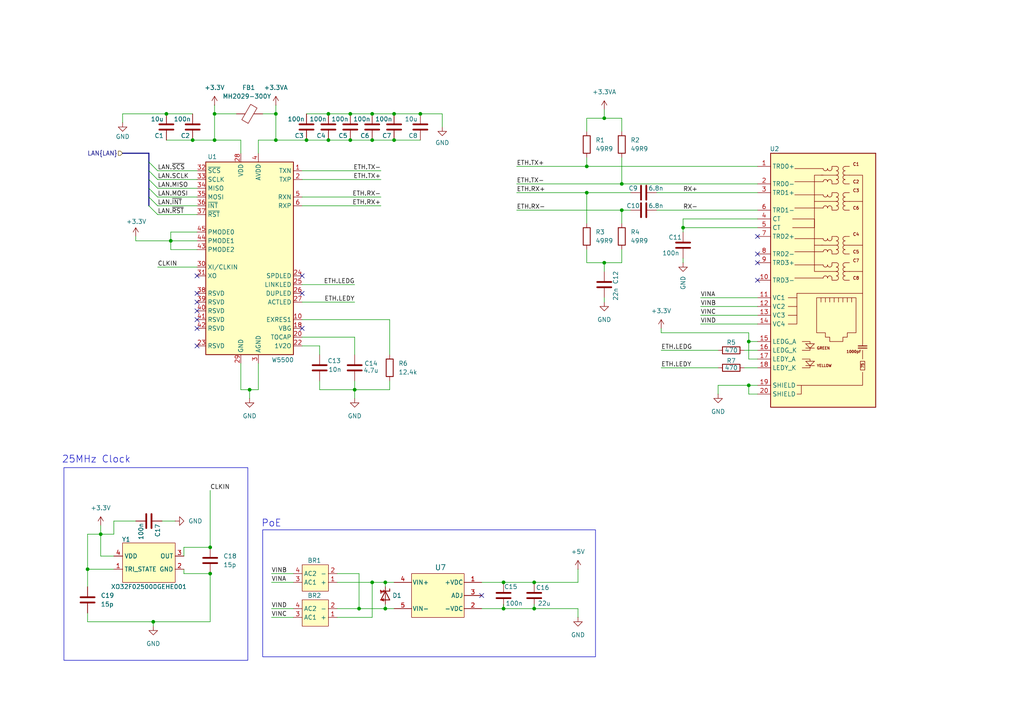
<source format=kicad_sch>
(kicad_sch (version 20250114) (generator "eeschema") (generator_version "9.0")
  (paper "A4")
  (title_block (title "ESP32 PoE") (rev "v0.1.0"))
  (lib_symbols
    (symbol "Device:C" (pin_numbers (hide yes)) (pin_names (offset 0.254))
      (property "Reference" "C" (at 0.635 2.54 0))
      (property "Value" "C" (at 0.635 -2.54 0))
      (symbol "C_1_1"
        (pin passive line (at 0 3.81 270) (length 2.794) (name "~") (number "1"))
        (pin passive line (at 0 -3.81 90) (length 2.794) (name "~") (number "2"))
      )
    )
    (symbol "Device:FerriteBead" (pin_numbers (hide yes)) (pin_names (offset 0))
      (property "Reference" "FB" (at -3.81 0.635 90))
      (property "Value" "FerriteBead" (at 3.81 0 90))
      (symbol "FerriteBead_1_1"
        (pin passive line (at 0 3.81 270) (length 2.54) (name "~") (number "1"))
        (pin passive line (at 0 -3.81 90) (length 2.54) (name "~") (number "2"))
      )
    )
    (symbol "Device:R" (pin_numbers (hide yes)) (pin_names (offset 0))
      (property "Reference" "R" (at 2.032 0 90))
      (property "Value" "R" (at 0 0 90))
      (symbol "R_1_1"
        (pin passive line (at 0 3.81 270) (length 1.27) (name "~") (number "1"))
        (pin passive line (at 0 -3.81 90) (length 1.27) (name "~") (number "2"))
      )
    )
    (symbol "ESP32PoE:AG9905LP" (pin_names (offset 0.254)) (in_bom no)
      (property "Reference" "U7" (at 0.762 8.128 0))
      (symbol "AG9905LP_1_1"
        (pin power_in line (at -12.7 3.81 0) (length 5.08) (name "VIN+") (number "4"))
        (pin power_in line (at -12.7 -3.81 0) (length 5.08) (name "VIN-") (number "5"))
        (pin power_in line (at 12.7 3.81 180) (length 5.08) (name "+VDC") (number "1"))
        (pin output line (at 12.7 0 180) (length 5.08) (name "ADJ") (number "3"))
        (pin power_in line (at 12.7 -3.81 180) (length 5.08) (name "-VDC") (number "2"))
      )
    )
    (symbol "ESP32PoE:CDBHM1100L-G"
      (property "Reference" "BR1" (at 0.254 -5.588 0))
      (symbol "CDBHM1100L-G_1_1"
        (pin power_out line (at -6.35 1.27 0) (length 2.54) (name "+") (number "1"))
        (pin power_out line (at -6.35 -1.27 0) (length 2.54) (name "-") (number "2"))
        (pin input line (at 6.35 1.27 180) (length 2.54) (name "AC1") (number "3"))
        (pin input line (at 6.35 -1.27 180) (length 2.54) (name "AC2") (number "4"))
      )
    )
    (symbol "ESP32PoE:LPJG0926HENL"
      (property "Reference" "U" (at 0 0 0))
      (property "Value" "DGUK111Q334AB2A2DP057" (at 0 0 0))
      (symbol "LPJG0926HENL_1_1"
        (text "GREEN" (at -4.445 18.415 0) (effects (font (size 0.762 0.762)) (justify left)))
        (text "YELLOW" (at -4.445 13.335 0) (effects (font (size 0.762 0.762)) (justify left)))
        (text "1000pF" (at 6.35 17.399 0) (effects (font (size 0.762 0.762))))
        (text "C1" (at 6.985 71.755 0) (effects (font (size 0.889 0.889))))
        (text "C2" (at 6.985 66.675 0) (effects (font (size 0.889 0.889))))
        (text "C3" (at 6.985 64.135 0) (effects (font (size 0.889 0.889))))
        (text "C6" (at 6.985 59.055 0) (effects (font (size 0.889 0.889))))
        (text "C4" (at 6.985 51.435 0) (effects (font (size 0.889 0.889))))
        (text "C5" (at 6.985 46.355 0) (effects (font (size 0.889 0.889))))
        (text "C7" (at 6.985 43.815 0) (effects (font (size 0.889 0.889))))
        (text "C8" (at 6.985 38.735 0) (effects (font (size 0.889 0.889))))
        (text "75" (at 8.89 13.335 900) (effects (font (size 0.762 0.762))))
        (pin passive line (at -21.59 71.12 0) (length 3.81) (name "TRD0+") (number "1"))
        (pin passive line (at -21.59 66.04 0) (length 3.81) (name "TRD0-") (number "2"))
        (pin passive line (at -21.59 63.5 0) (length 3.81) (name "TRD1+") (number "3"))
        (pin passive line (at -21.59 58.42 0) (length 3.81) (name "TRD1-") (number "6"))
        (pin passive line (at -21.59 55.88 0) (length 3.81) (name "CT") (number "4"))
        (pin passive line (at -21.59 53.34 0) (length 3.81) (name "CT") (number "5"))
        (pin passive line (at -21.59 50.8 0) (length 3.81) (name "TRD2+") (number "7"))
        (pin passive line (at -21.59 45.72 0) (length 3.81) (name "TRD2-") (number "8"))
        (pin passive line (at -21.59 43.18 0) (length 3.81) (name "TRD3+") (number "9"))
        (pin passive line (at -21.59 38.1 0) (length 3.81) (name "TRD3-") (number "10"))
        (pin passive line (at -21.59 33.02 0) (length 3.81) (name "VC1") (number "11"))
        (pin passive line (at -21.59 30.48 0) (length 3.81) (name "VC2") (number "12"))
        (pin passive line (at -21.59 27.94 0) (length 3.81) (name "VC3") (number "13"))
        (pin passive line (at -21.59 25.4 0) (length 3.81) (name "VC4") (number "14"))
        (pin passive line (at -21.59 20.32 0) (length 3.81) (name "LEDG_A") (number "15"))
        (pin passive line (at -21.59 17.78 0) (length 3.81) (name "LEDG_K") (number "16"))
        (pin passive line (at -21.59 15.24 0) (length 3.81) (name "LEDY_A") (number "17"))
        (pin passive line (at -21.59 12.7 0) (length 3.81) (name "LEDY_K") (number "18"))
        (pin passive line (at -21.59 7.62 0) (length 3.81) (name "SHIELD") (number "19"))
        (pin passive line (at -21.59 5.08 0) (length 3.81) (name "SHIELD") (number "20"))
      )
    )
    (symbol "HomeLabIO:C" (pin_numbers (hide yes)) (pin_names (offset 0.254))
      (property "Reference" "C" (at 0.635 2.54 0))
      (property "Value" "C" (at 0.635 -2.54 0))
      (symbol "C_1_1"
        (pin passive line (at 0 3.81 270) (length 2.794) (name "~") (number "1"))
        (pin passive line (at 0 -3.81 90) (length 2.794) (name "~") (number "2"))
      )
    )
    (symbol "HomeLabIO:R" (pin_numbers (hide yes)) (pin_names (offset 0))
      (property "Reference" "R" (at 2.032 0 90))
      (property "Value" "R" (at 0 0 90))
      (symbol "R_1_1"
        (pin passive line (at 0 3.81 270) (length 1.27) (name "~") (number "1"))
        (pin passive line (at 0 -3.81 90) (length 1.27) (name "~") (number "2"))
      )
    )
    (symbol "HomeLabIO:SMAJ58A" (pin_names (offset 1.016))
      (property "Reference" "D" (at 2.794 1.905 0))
      (property "JLCPCB Part # " "C151246" (at 0 0 0))
      (symbol "SMAJ58A_0_0"
        (pin passive line (at 0 2.54 270) (length 2.54) (name "~") (number "C"))
        (pin passive line (at 0 -2.54 90) (length 2.54) (name "~") (number "A"))
      )
    )
    (symbol "Interface_Ethernet:W5500"
      (property "Reference" "U3" (at -12.192 29.464 0))
      (property "Value" "W5500" (at 6.35 -29.464 0))
      (symbol "W5500_1_1"
        (pin input line (at -15.24 25.4 0) (length 2.54) (name "~{SCS}") (number "32"))
        (pin input line (at -15.24 22.86 0) (length 2.54) (name "SCLK") (number "33"))
        (pin output line (at -15.24 20.32 0) (length 2.54) (name "MISO") (number "34"))
        (pin input line (at -15.24 17.78 0) (length 2.54) (name "MOSI") (number "35"))
        (pin input line (at -15.24 15.24 0) (length 2.54) (name "~{INT}") (number "36"))
        (pin input line (at -15.24 12.7 0) (length 2.54) (name "~{RST}") (number "37"))
        (pin input line (at -15.24 7.62 0) (length 2.54) (name "PMODE0") (number "45"))
        (pin input line (at -15.24 5.08 0) (length 2.54) (name "PMODE1") (number "44"))
        (pin input line (at -15.24 2.54 0) (length 2.54) (name "PMODE2") (number "43"))
        (pin input line (at -15.24 -2.54 0) (length 2.54) (name "XI/CLKIN") (number "30"))
        (pin output line (at -15.24 -5.08 0) (length 2.54) (name "XO") (number "31"))
        (pin input line (at -15.24 -10.16 0) (length 2.54) (name "RSVD") (number "38"))
        (pin input line (at -15.24 -12.7 0) (length 2.54) (name "RSVD") (number "39"))
        (pin input line (at -15.24 -15.24 0) (length 2.54) (name "RSVD") (number "40"))
        (pin input line (at -15.24 -17.78 0) (length 2.54) (name "RSVD") (number "41"))
        (pin input line (at -15.24 -20.32 0) (length 2.54) (name "RSVD") (number "42"))
        (pin input line (at -15.24 -25.4 0) (length 2.54) (name "RSVD") (number "23"))
        (pin power_in line (at -2.54 30.48 270) (length 2.54) (name "VDD") (number "28"))
        (pin power_in line (at -2.54 -30.48 90) (length 2.54) (name "GND") (number "29"))
        (pin passive line (at 2.54 30.48 270) (length 2.54) (hide yes) (name "AVDD") (number "11"))
        (pin passive line (at 2.54 30.48 270) (length 2.54) (hide yes) (name "AVDD") (number "15"))
        (pin passive line (at 2.54 30.48 270) (length 2.54) (hide yes) (name "AVDD") (number "17"))
        (pin passive line (at 2.54 30.48 270) (length 2.54) (hide yes) (name "AVDD") (number "21"))
        (pin power_in line (at 2.54 30.48 270) (length 2.54) (name "AVDD") (number "4"))
        (pin passive line (at 2.54 30.48 270) (length 2.54) (hide yes) (name "AVDD") (number "8"))
        (pin passive line (at 2.54 -30.48 90) (length 2.54) (hide yes) (name "AGND") (number "14"))
        (pin passive line (at 2.54 -30.48 90) (length 2.54) (hide yes) (name "AGND") (number "16"))
        (pin passive line (at 2.54 -30.48 90) (length 2.54) (hide yes) (name "AGND") (number "19"))
        (pin power_in line (at 2.54 -30.48 90) (length 2.54) (name "AGND") (number "3"))
        (pin passive line (at 2.54 -30.48 90) (length 2.54) (hide yes) (name "AGND") (number "48"))
        (pin passive line (at 2.54 -30.48 90) (length 2.54) (hide yes) (name "AGND") (number "9"))
        (pin no_connect line (at 12.7 10.16 180) (length 2.54) (hide yes) (name "DNC") (number "7"))
        (pin no_connect line (at 12.7 7.62 180) (length 2.54) (hide yes) (name "NC") (number "12"))
        (pin no_connect line (at 12.7 5.08 180) (length 2.54) (hide yes) (name "NC") (number "13"))
        (pin no_connect line (at 12.7 2.54 180) (length 2.54) (hide yes) (name "NC") (number "46"))
        (pin no_connect line (at 12.7 0 180) (length 2.54) (hide yes) (name "NC") (number "47"))
        (pin output line (at 15.24 25.4 180) (length 2.54) (name "TXN") (number "1"))
        (pin output line (at 15.24 22.86 180) (length 2.54) (name "TXP") (number "2"))
        (pin input line (at 15.24 17.78 180) (length 2.54) (name "RXN") (number "5"))
        (pin input line (at 15.24 15.24 180) (length 2.54) (name "RXP") (number "6"))
        (pin output line (at 15.24 -5.08 180) (length 2.54) (name "SPDLED") (number "24"))
        (pin output line (at 15.24 -7.62 180) (length 2.54) (name "LINKLED") (number "25"))
        (pin output line (at 15.24 -10.16 180) (length 2.54) (name "DUPLED") (number "26"))
        (pin output line (at 15.24 -12.7 180) (length 2.54) (name "ACTLED") (number "27"))
        (pin passive line (at 15.24 -17.78 180) (length 2.54) (name "EXRES1") (number "10"))
        (pin passive line (at 15.24 -20.32 180) (length 2.54) (name "VBG") (number "18"))
        (pin passive line (at 15.24 -22.86 180) (length 2.54) (name "TOCAP") (number "20"))
        (pin output line (at 15.24 -25.4 180) (length 2.54) (name "1V2O") (number "22"))
      )
    )
    (symbol "SqueezeAMPPOE:XO32F025000GEHE001"
      (property "Reference" "Y" (at 0 9.144 0))
      (property "Value" "XO32F025000GEHE001" (at 0.508 7.366 0))
      (symbol "XO32F025000GEHE001_1_1"
        (pin input line (at -10.16 2.54 0) (length 2.54) (name "VDD") (number "4"))
        (pin input line (at -10.16 -1.27 0) (length 2.54) (name "TRI_STATE") (number "1"))
        (pin output line (at 10.16 2.54 180) (length 2.54) (name "OUT") (number "3"))
        (pin power_in line (at 10.16 -1.27 180) (length 2.54) (name "GND") (number "2"))
      )
    )
    (symbol "power:+3.3V" (power) (pin_numbers (hide yes)) (pin_names (offset 0) (hide yes))
      (property "Value" "+3.3V" (at 0 3.556 0))
      (symbol "+3.3V_1_1"
        (pin power_in line (at 0 0 90) (length 0) (name "~") (number "1"))
      )
    )
    (symbol "power:+3.3VA" (power) (pin_numbers (hide yes)) (pin_names (offset 0) (hide yes))
      (property "Value" "+3.3VA" (at 0 3.556 0))
      (symbol "+3.3VA_1_1"
        (pin power_in line (at 0 0 90) (length 0) (name "~") (number "1"))
      )
    )
    (symbol "power:+5V" (power) (pin_numbers (hide yes)) (pin_names (offset 0) (hide yes))
      (property "Value" "+5V" (at 0 3.556 0))
      (symbol "+5V_1_1"
        (pin power_in line (at 0 0 90) (length 0) (name "~") (number "1"))
      )
    )
    (symbol "power:GND" (power) (pin_numbers (hide yes)) (pin_names (offset 0) (hide yes))
      (property "Value" "GND" (at 0 -3.81 0))
      (symbol "GND_1_1"
        (pin power_in line (at 0 0 270) (length 0) (name "~") (number "1"))
      )
    )
  )
  (bus_alias "LAN" (members "~{SCS}" "SCLK" "MISO" "MOSI" "~{INT}" "~{RST}"))
  (rectangle (start 76.2 153.67) (end 172.72 190.5))
  (rectangle (start 18.542 135.636) (end 71.882 191.516))
  (text "PoE" (at 78.74 151.892 0) (effects (font (size 2.032 2.032))))
  (text "25MHz Clock" (at 27.94 133.35 0) (effects (font (size 2.032 2.032))))
  (junction (at 25.4 165.1))
  (junction (at 107.95 40.64))
  (junction (at 29.21 154.94))
  (junction (at 60.96 166.37))
  (junction (at 60.96 158.75))
  (junction (at 170.18 48.26))
  (junction (at 180.34 53.34))
  (junction (at 72.39 113.03))
  (junction (at 154.94 168.91))
  (junction (at 48.26 33.02))
  (junction (at 101.6 40.64))
  (junction (at 104.14 176.53))
  (junction (at 107.95 168.91))
  (junction (at 170.18 55.88))
  (junction (at 102.87 113.03))
  (junction (at 146.05 176.53))
  (junction (at 62.23 40.64))
  (junction (at 175.26 76.2))
  (junction (at 80.01 40.64))
  (junction (at 111.76 176.53))
  (junction (at 198.12 66.04))
  (junction (at 49.53 69.85))
  (junction (at 55.88 40.64))
  (junction (at 62.23 33.02))
  (junction (at 175.26 34.29))
  (junction (at 114.3 40.64))
  (junction (at 114.3 33.02))
  (junction (at 121.92 33.02))
  (junction (at 95.25 33.02))
  (junction (at 95.25 40.64))
  (junction (at 80.01 33.02))
  (junction (at 146.05 168.91))
  (junction (at 44.45 180.34))
  (junction (at 154.94 176.53))
  (junction (at 217.17 99.06))
  (junction (at 88.9 40.64))
  (junction (at 111.76 168.91))
  (junction (at 180.34 60.96))
  (junction (at 107.95 33.02))
  (junction (at 101.6 33.02))
  (junction (at 217.17 111.76))
  (no_connect (at 87.63 95.25))
  (no_connect (at 219.71 68.58))
  (no_connect (at 57.15 85.09))
  (no_connect (at 219.71 76.2))
  (no_connect (at 57.15 90.17))
  (no_connect (at 87.63 85.09))
  (no_connect (at 219.71 73.66))
  (no_connect (at 57.15 100.33))
  (no_connect (at 57.15 80.01))
  (no_connect (at 87.63 80.01))
  (no_connect (at 139.7 172.72))
  (no_connect (at 57.15 95.25))
  (no_connect (at 57.15 87.63))
  (no_connect (at 219.71 81.28))
  (no_connect (at -50.8 170.18))
  (no_connect (at 57.15 92.71))
  (bus_entry (at 43.18 59.69) (size 2.54 2.54))
  (bus_entry (at 43.18 46.99) (size 2.54 2.54))
  (bus_entry (at 43.18 57.15) (size 2.54 2.54))
  (bus_entry (at 43.18 54.61) (size 2.54 2.54))
  (bus_entry (at 43.18 52.07) (size 2.54 2.54))
  (bus_entry (at 43.18 49.53) (size 2.54 2.54))
  (wire (pts (xy 170.18 76.2) (xy 175.26 76.2)))
  (wire (pts (xy 49.53 69.85) (xy 57.15 69.85)))
  (wire (pts (xy 44.45 180.34) (xy 44.45 181.61)))
  (wire (pts (xy 175.26 76.2) (xy 180.34 76.2)))
  (wire (pts (xy 35.56 33.02) (xy 48.26 33.02)))
  (wire (pts (xy 146.05 175.26) (xy 146.05 176.53)))
  (wire (pts (xy 180.34 45.72) (xy 180.34 53.34)))
  (wire (pts (xy 139.7 168.91) (xy 146.05 168.91)))
  (wire (pts (xy 175.26 34.29) (xy 180.34 34.29)))
  (wire (pts (xy 72.39 115.57) (xy 72.39 113.03)))
  (wire (pts (xy 170.18 72.39) (xy 170.18 76.2)))
  (wire (pts (xy 25.4 180.34) (xy 44.45 180.34)))
  (wire (pts (xy 190.5 60.96) (xy 219.71 60.96)))
  (wire (pts (xy 215.9 106.68) (xy 219.71 106.68)))
  (wire (pts (xy 25.4 154.94) (xy 25.4 165.1)))
  (wire (pts (xy 53.34 158.75) (xy 60.96 158.75)))
  (wire (pts (xy 111.76 168.91) (xy 114.3 168.91)))
  (wire (pts (xy 154.94 168.91) (xy 167.64 168.91)))
  (wire (pts (xy 53.34 165.1) (xy 53.34 166.37)))
  (wire (pts (xy 219.71 104.14) (xy 217.17 104.14)))
  (wire (pts (xy 170.18 48.26) (xy 219.71 48.26)))
  (wire (pts (xy 78.74 166.37) (xy 85.09 166.37)))
  (wire (pts (xy 149.86 55.88) (xy 170.18 55.88)))
  (wire (pts (xy 198.12 63.5) (xy 219.71 63.5)))
  (wire (pts (xy 97.79 168.91) (xy 107.95 168.91)))
  (wire (pts (xy 92.71 113.03) (xy 102.87 113.03)))
  (wire (pts (xy 170.18 45.72) (xy 170.18 48.26)))
  (wire (pts (xy 107.95 168.91) (xy 111.76 168.91)))
  (wire (pts (xy 95.25 33.02) (xy 101.6 33.02)))
  (wire (pts (xy 175.26 31.75) (xy 175.26 34.29)))
  (wire (pts (xy 102.87 97.79) (xy 102.87 102.87)))
  (wire (pts (xy 87.63 59.69) (xy 110.49 59.69)))
  (wire (pts (xy 180.34 60.96) (xy 180.34 64.77)))
  (wire (pts (xy 175.26 76.2) (xy 175.26 78.74)))
  (wire (pts (xy 80.01 40.64) (xy 80.01 33.02)))
  (wire (pts (xy 198.12 76.2) (xy 198.12 74.93)))
  (wire (pts (xy 110.49 52.07) (xy 87.63 52.07)))
  (wire (pts (xy 95.25 40.64) (xy 101.6 40.64)))
  (wire (pts (xy 74.93 40.64) (xy 80.01 40.64)))
  (bus (pts (xy 43.18 49.53) (xy 43.18 46.99)))
  (wire (pts (xy 191.77 96.52) (xy 217.17 96.52)))
  (wire (pts (xy 29.21 161.29) (xy 33.02 161.29)))
  (wire (pts (xy 146.05 176.53) (xy 154.94 176.53)))
  (wire (pts (xy 49.53 67.31) (xy 49.53 69.85)))
  (wire (pts (xy 149.86 48.26) (xy 170.18 48.26)))
  (wire (pts (xy 149.86 53.34) (xy 180.34 53.34)))
  (wire (pts (xy 114.3 40.64) (xy 121.92 40.64)))
  (wire (pts (xy 88.9 33.02) (xy 95.25 33.02)))
  (wire (pts (xy 80.01 30.48) (xy 80.01 33.02)))
  (wire (pts (xy 104.14 166.37) (xy 104.14 176.53)))
  (wire (pts (xy 45.72 49.53) (xy 57.15 49.53)))
  (wire (pts (xy 203.2 88.9) (xy 219.71 88.9)))
  (wire (pts (xy 111.76 175.26) (xy 111.76 176.53)))
  (wire (pts (xy 55.88 40.64) (xy 62.23 40.64)))
  (wire (pts (xy 154.94 176.53) (xy 167.64 176.53)))
  (wire (pts (xy 45.72 59.69) (xy 57.15 59.69)))
  (wire (pts (xy 180.34 60.96) (xy 182.88 60.96)))
  (wire (pts (xy 74.93 105.41) (xy 74.93 113.03)))
  (wire (pts (xy 107.95 40.64) (xy 114.3 40.64)))
  (wire (pts (xy 57.15 72.39) (xy 49.53 72.39)))
  (wire (pts (xy 45.72 77.47) (xy 57.15 77.47)))
  (wire (pts (xy 62.23 40.64) (xy 69.85 40.64)))
  (wire (pts (xy 78.74 168.91) (xy 85.09 168.91)))
  (wire (pts (xy 217.17 111.76) (xy 219.71 111.76)))
  (wire (pts (xy 92.71 100.33) (xy 87.63 100.33)))
  (wire (pts (xy 180.34 72.39) (xy 180.34 76.2)))
  (wire (pts (xy 45.72 54.61) (xy 57.15 54.61)))
  (wire (pts (xy 149.86 60.96) (xy 180.34 60.96)))
  (wire (pts (xy 97.79 179.07) (xy 107.95 179.07)))
  (wire (pts (xy 128.27 36.83) (xy 128.27 33.02)))
  (wire (pts (xy 170.18 55.88) (xy 170.18 64.77)))
  (wire (pts (xy 217.17 96.52) (xy 217.17 99.06)))
  (wire (pts (xy 101.6 40.64) (xy 107.95 40.64)))
  (wire (pts (xy 128.27 33.02) (xy 121.92 33.02)))
  (wire (pts (xy 180.34 38.1) (xy 180.34 34.29)))
  (wire (pts (xy 146.05 168.91) (xy 154.94 168.91)))
  (wire (pts (xy 62.23 30.48) (xy 62.23 33.02)))
  (wire (pts (xy 39.37 151.13) (xy 33.02 151.13)))
  (wire (pts (xy 113.03 110.49) (xy 113.03 113.03)))
  (wire (pts (xy 33.02 154.94) (xy 29.21 154.94)))
  (wire (pts (xy 167.64 165.1) (xy 167.64 168.91)))
  (wire (pts (xy 208.28 111.76) (xy 217.17 111.76)))
  (wire (pts (xy 92.71 102.87) (xy 92.71 100.33)))
  (wire (pts (xy 217.17 104.14) (xy 217.17 99.06)))
  (bus (pts (xy 43.18 46.99) (xy 43.18 44.45)))
  (wire (pts (xy 74.93 113.03) (xy 72.39 113.03)))
  (wire (pts (xy 219.71 93.98) (xy 203.2 93.98)))
  (wire (pts (xy 219.71 66.04) (xy 198.12 66.04)))
  (wire (pts (xy 87.63 57.15) (xy 110.49 57.15)))
  (wire (pts (xy 101.6 33.02) (xy 107.95 33.02)))
  (wire (pts (xy 33.02 151.13) (xy 33.02 154.94)))
  (wire (pts (xy 139.7 176.53) (xy 146.05 176.53)))
  (wire (pts (xy 198.12 63.5) (xy 198.12 66.04)))
  (wire (pts (xy 60.96 142.24) (xy 60.96 158.75)))
  (wire (pts (xy 97.79 176.53) (xy 104.14 176.53)))
  (wire (pts (xy 25.4 177.8) (xy 25.4 180.34)))
  (wire (pts (xy 78.74 179.07) (xy 85.09 179.07)))
  (wire (pts (xy 48.26 33.02) (xy 55.88 33.02)))
  (wire (pts (xy 114.3 33.02) (xy 121.92 33.02)))
  (wire (pts (xy 215.9 101.6) (xy 219.71 101.6)))
  (wire (pts (xy 87.63 87.63) (xy 102.87 87.63)))
  (wire (pts (xy 203.2 91.44) (xy 219.71 91.44)))
  (wire (pts (xy 107.95 33.02) (xy 114.3 33.02)))
  (bus (pts (xy 35.56 44.45) (xy 43.18 44.45)))
  (wire (pts (xy 45.72 57.15) (xy 57.15 57.15)))
  (wire (pts (xy 102.87 113.03) (xy 102.87 115.57)))
  (wire (pts (xy 102.87 113.03) (xy 113.03 113.03)))
  (wire (pts (xy 80.01 40.64) (xy 88.9 40.64)))
  (wire (pts (xy 44.45 180.34) (xy 60.96 180.34)))
  (wire (pts (xy 45.72 52.07) (xy 57.15 52.07)))
  (wire (pts (xy 69.85 113.03) (xy 69.85 105.41)))
  (wire (pts (xy 87.63 97.79) (xy 102.87 97.79)))
  (wire (pts (xy 48.26 40.64) (xy 55.88 40.64)))
  (wire (pts (xy 39.37 69.85) (xy 49.53 69.85)))
  (wire (pts (xy 191.77 95.25) (xy 191.77 96.52)))
  (wire (pts (xy 203.2 86.36) (xy 219.71 86.36)))
  (wire (pts (xy 53.34 161.29) (xy 53.34 158.75)))
  (wire (pts (xy 45.72 62.23) (xy 57.15 62.23)))
  (wire (pts (xy 92.71 110.49) (xy 92.71 113.03)))
  (wire (pts (xy 29.21 154.94) (xy 29.21 161.29)))
  (wire (pts (xy 49.53 72.39) (xy 49.53 69.85)))
  (wire (pts (xy 53.34 166.37) (xy 60.96 166.37)))
  (bus (pts (xy 43.18 52.07) (xy 43.18 49.53)))
  (wire (pts (xy 198.12 67.31) (xy 198.12 66.04)))
  (wire (pts (xy 217.17 99.06) (xy 219.71 99.06)))
  (wire (pts (xy 175.26 87.63) (xy 175.26 86.36)))
  (wire (pts (xy 170.18 55.88) (xy 182.88 55.88)))
  (wire (pts (xy 208.28 111.76) (xy 208.28 114.3)))
  (wire (pts (xy 33.02 165.1) (xy 25.4 165.1)))
  (wire (pts (xy 217.17 114.3) (xy 217.17 111.76)))
  (wire (pts (xy 29.21 154.94) (xy 25.4 154.94)))
  (wire (pts (xy 107.95 179.07) (xy 107.95 168.91)))
  (wire (pts (xy 97.79 166.37) (xy 104.14 166.37)))
  (wire (pts (xy 102.87 110.49) (xy 102.87 113.03)))
  (wire (pts (xy 219.71 114.3) (xy 217.17 114.3)))
  (wire (pts (xy 167.64 176.53) (xy 167.64 179.07)))
  (wire (pts (xy 190.5 55.88) (xy 219.71 55.88)))
  (wire (pts (xy 110.49 49.53) (xy 87.63 49.53)))
  (wire (pts (xy 170.18 34.29) (xy 170.18 38.1)))
  (bus (pts (xy 43.18 57.15) (xy 43.18 54.61)))
  (wire (pts (xy 25.4 165.1) (xy 25.4 170.18)))
  (wire (pts (xy 60.96 180.34) (xy 60.96 166.37)))
  (wire (pts (xy 88.9 40.64) (xy 95.25 40.64)))
  (wire (pts (xy 180.34 53.34) (xy 219.71 53.34)))
  (wire (pts (xy 87.63 92.71) (xy 113.03 92.71)))
  (wire (pts (xy 113.03 92.71) (xy 113.03 102.87)))
  (wire (pts (xy 39.37 69.85) (xy 39.37 68.58)))
  (wire (pts (xy 69.85 40.64) (xy 69.85 44.45)))
  (wire (pts (xy 191.77 106.68) (xy 208.28 106.68)))
  (wire (pts (xy 191.77 101.6) (xy 208.28 101.6)))
  (wire (pts (xy 62.23 33.02) (xy 62.23 40.64)))
  (wire (pts (xy 111.76 168.91) (xy 111.76 170.18)))
  (bus (pts (xy 43.18 59.69) (xy 43.18 57.15)))
  (wire (pts (xy 74.93 44.45) (xy 74.93 40.64)))
  (wire (pts (xy 104.14 176.53) (xy 111.76 176.53)))
  (wire (pts (xy 170.18 34.29) (xy 175.26 34.29)))
  (wire (pts (xy 78.74 176.53) (xy 85.09 176.53)))
  (wire (pts (xy 62.23 33.02) (xy 68.58 33.02)))
  (wire (pts (xy 111.76 176.53) (xy 114.3 176.53)))
  (wire (pts (xy 29.21 152.4) (xy 29.21 154.94)))
  (wire (pts (xy 57.15 67.31) (xy 49.53 67.31)))
  (wire (pts (xy 72.39 113.03) (xy 69.85 113.03)))
  (bus (pts (xy 43.18 54.61) (xy 43.18 52.07)))
  (wire (pts (xy 46.99 151.13) (xy 50.8 151.13)))
  (wire (pts (xy 154.94 175.26) (xy 154.94 176.53)))
  (wire (pts (xy 35.56 35.56) (xy 35.56 33.02)))
  (wire (pts (xy 80.01 33.02) (xy 76.2 33.02)))
  (wire (pts (xy 87.63 82.55) (xy 102.87 82.55)))
  (label "ETH.RX+" (at 110.49 59.69 180))
  (label "LAN.~{RST}" (at 45.72 62.23 0))
  (label "CLKIN" (at 45.72 77.47 0))
  (label "LAN.~{SCS}" (at 45.72 49.53 0))
  (label "ETH.RX-" (at 149.86 60.96 0))
  (label "ETH.TX-" (at 149.86 53.34 0))
  (label "LAN.SCLK" (at 45.72 52.07 0))
  (label "VIND" (at 203.2 93.98 0))
  (label "LAN.MOSI" (at 45.72 57.15 0))
  (label "CLKIN" (at 60.96 142.24 0))
  (label "VINB" (at 78.74 166.37 0))
  (label "ETH.LEDY" (at 191.77 106.68 0))
  (label "ETH.LEDG" (at 191.77 101.6 0))
  (label "VINB" (at 203.2 88.9 0))
  (label "ETH.TX+" (at 149.86 48.26 0))
  (label "VIND" (at 78.74 176.53 0))
  (label "ETH.LEDG" (at 102.87 82.55 180))
  (label "RX+" (at 198.12 55.88 0))
  (label "RX-" (at 198.12 60.96 0))
  (label "VINA" (at 78.74 168.91 0))
  (label "VINC" (at 78.74 179.07 0))
  (label "LAN.~{INT}" (at 45.72 59.69 0))
  (label "ETH.LEDY" (at 102.87 87.63 180))
  (label "VINC" (at 203.2 91.44 0))
  (label "LAN.MISO" (at 45.72 54.61 0))
  (label "ETH.TX-" (at 110.49 49.53 180))
  (label "ETH.TX+" (at 110.49 52.07 180))
  (label "VINA" (at 203.2 86.36 0))
  (label "ETH.RX+" (at 149.86 55.88 0))
  (label "ETH.RX-" (at 110.49 57.15 180))
  (hierarchical_label "LAN{LAN}" (shape input) (at 35.56 44.45 180))
  (symbol (lib_id "power:GND") (at 35.56 35.56 0) (unit 1)
    (property "Reference" "#PWR04" (effects (hide yes)))
    (property "Value" "GND" (at 33.528 39.624 0) (effects (justify left)))
    (property "Description" "Power symbol creates a global label with name \"GND\" , ground" (effects (hide yes)))
  )
  (symbol (lib_id "Device:C") (at 146.05 172.72 180) (unit 1)
    (property "Reference" "C15" (at 150.114 170.18 0) (effects (justify left)))
    (property "Value" "100n" (at 151.638 175.006 0) (effects (justify left)))
    (property "Footprint" "Capacitor_SMD:C_0603_1608Metric" (effects (hide yes)))
    (property "Datasheet" "https://www.lcsc.com/datasheet/lcsc_datasheet_2304140030_Samsung-Electro-Mechanics-CL10B104KB8NNNC_C1591.pdf" (effects (hide yes)))
    (property "Description" "50V 100nF X7R ±10% 0603 Multilayer Ceramic Capacitors MLCC - SMD/SMT ROHS" (effects (hide yes)))
    (property "Manufacturer" "Samsung Electro-Mechanics" (effects (hide yes)))
    (property "MPN" "CL10B104KB8NNNC" (effects (hide yes)))
    (property "JLCPCB Part #" "C1591" (effects (hide yes)))
  )
  (symbol (lib_id "ESP32PoE:CDBHM1100L-G") (at 91.44 177.8 180) (unit 1)
    (property "Reference" "BR2" (at 91.186 172.72 0))
    (property "Footprint" "ESP32PoE:CDBHM1100L-G" (effects (hide yes)))
    (property "Datasheet" "https://www.mouser.co.za/datasheet/2/80/CDBHM120L_G_Thru__CDBHM1100L_G_RevE-2505134.pdf" (effects (hide yes)))
    (property "Description" "Bridge Rectifiers VR=100V IO=1A, Lo VF" (effects (hide yes)))
    (property "MPN" "CDBHM1100L-G" (effects (hide yes)))
    (property "Manufacturer" "Comchip Technology" (effects (hide yes)))
    (property "JLCPCB Part #" "C17288728" (effects (hide yes)))
  )
  (symbol (lib_id "ESP32PoE:AG9905LP") (at 127 172.72 0) (unit 1) (in_bom no)
    (property "Reference" "U7" (at 127.762 164.592 0) (effects (font (size 1.524 1.524))))
    (property "Value" "AG9905LP" (effects (hide yes)))
    (property "Footprint" "ESP32PoE:AG9905LP" (effects (hide yes)))
    (property "Datasheet" "https://silvertel.com/images/datasheets/Ag9900M-datasheet-ultra-miniature-isolated-Power-over-Ethernet-POE-module.pdf" (effects (hide yes)))
    (property "Description" "ISOLATED POE PD MODULE 5V 7W" (effects (hide yes)))
    (property "MPN" "AG9905LP" (effects (hide yes)))
    (property "Manufacturer" "Silvertel" (effects (hide yes)))
  )
  (symbol (lib_id "power:+3.3V") (at 62.23 30.48 0) (unit 1)
    (property "Reference" "#PWR01" (effects (hide yes)))
    (property "Value" "+3.3V" (at 62.23 25.4 0))
    (property "Description" "Power symbol creates a global label with name \"+3.3V\"" (effects (hide yes)))
  )
  (symbol (lib_id "SqueezeAMPPOE:XO32F025000GEHE001") (at 43.18 163.83 0) (unit 1)
    (property "Reference" "Y1" (at 36.576 156.464 0))
    (property "Value" "XO32F025000GEHE001" (at 43.18 170.18 0))
    (property "Footprint" "ESP32PoE:SMD3225-4P" (effects (hide yes)))
    (property "Datasheet" "https://wmsc.lcsc.com/wmsc/upload/file/pdf/v2/lcsc/2401191743_TKD-XO32F025000GEHE001_C20607963.pdf" (effects (hide yes)))
    (property "Description" "3.3V ±25ppm 25MHz CMOS SMD3225-4P  Crystal Oscillators ROHS" (effects (hide yes)))
    (property "Manufacturer" "TKD" (effects (hide yes)))
    (property "MPN" "XO32F025000GEHE001" (effects (hide yes)))
    (property "JLCPCB Part #" "C20607963" (effects (hide yes)))
  )
  (symbol (lib_id "power:+3.3VA") (at 80.01 30.48 0) (unit 1)
    (property "Reference" "#PWR02" (effects (hide yes)))
    (property "Value" "+3.3VA" (at 80.01 25.4 0))
    (property "Description" "Power symbol creates a global label with name \"+3.3VA\"" (effects (hide yes)))
  )
  (symbol (lib_id "Device:R") (at 170.18 68.58 0) (unit 1)
    (property "Reference" "R3" (at 172.72 67.3099 0) (effects (justify left)))
    (property "Value" "49R9" (at 172.72 69.8499 0) (effects (justify left)))
    (property "Footprint" "Resistor_SMD:R_0603_1608Metric" (effects (hide yes)))
    (property "Datasheet" "https://jlcpcb.com/api/file/downloadByFileSystemAccessId/8588899000954707968" (effects (hide yes)))
    (property "Description" "100mW Thick Film Resistors 75V ±100ppm/℃ ±1% 49.9Ω 0603 Chip Resistor - Surface Mount ROHS" (effects (hide yes)))
    (property "Manufacturer" "YAGEO" (effects (hide yes)))
    (property "MPN" "RC0603FR-0749R9L" (effects (hide yes)))
    (property "JLCPCB Part #" "C114625" (effects (hide yes)))
  )
  (symbol (lib_id "Device:C") (at 88.9 36.83 180) (unit 1)
    (property "Reference" "C3" (at 88.138 39.37 0) (effects (justify left)))
    (property "Value" "100n" (at 88.392 34.544 0) (effects (justify left)))
    (property "Footprint" "Capacitor_SMD:C_0603_1608Metric" (effects (hide yes)))
    (property "Datasheet" "https://www.lcsc.com/datasheet/lcsc_datasheet_2304140030_Samsung-Electro-Mechanics-CL10B104KB8NNNC_C1591.pdf" (effects (hide yes)))
    (property "Description" "50V 100nF X7R ±10% 0603 Multilayer Ceramic Capacitors MLCC - SMD/SMT ROHS" (effects (hide yes)))
    (property "Manufacturer" "Samsung Electro-Mechanics" (effects (hide yes)))
    (property "MPN" "CL10B104KB8NNNC" (effects (hide yes)))
    (property "JLCPCB Part #" "C1591" (effects (hide yes)))
  )
  (symbol (lib_id "power:+3.3V") (at 29.21 152.4 0) (unit 1)
    (property "Reference" "#PWR015" (effects (hide yes)))
    (property "Value" "+3.3V" (at 29.21 147.32 0))
    (property "Description" "Power symbol creates a global label with name \"+3.3V\"" (effects (hide yes)))
  )
  (symbol (lib_id "power:GND") (at 44.45 181.61 0) (unit 1)
    (property "Reference" "#PWR017" (effects (hide yes)))
    (property "Value" "GND" (at 44.45 186.69 0))
    (property "Description" "Power symbol creates a global label with name \"GND\" , ground" (effects (hide yes)))
  )
  (symbol (lib_id "Device:C") (at 92.71 106.68 0) (unit 1)
    (property "Reference" "C13" (at 94.996 104.648 0) (effects (justify left)))
    (property "Value" "10n" (at 95.25 107.188 0) (effects (justify left)))
    (property "Footprint" "Capacitor_SMD:C_0603_1608Metric" (effects (hide yes)))
    (property "Datasheet" "https://jlcpcb.com/api/file/downloadByFileSystemAccessId/8586178020515831808" (effects (hide yes)))
    (property "Description" "50V 10nF X7R ±10% 0603 Multilayer Ceramic Capacitors MLCC - SMD/SMT ROHS" (effects (hide yes)))
    (property "Manufacturer" "Samsung Electro-Mechanics" (effects (hide yes)))
    (property "MPN" "CL10B103KB8NNNC" (effects (hide yes)))
    (property "JLCPCB Part #" "C1589" (effects (hide yes)))
  )
  (symbol (lib_id "Device:C") (at 102.87 106.68 0) (unit 1)
    (property "Reference" "C14" (at 105.664 105.41 0) (effects (justify left)))
    (property "Value" "4.7u" (at 105.41 107.442 0) (effects (justify left)))
    (property "Footprint" "Capacitor_SMD:C_0603_1608Metric" (effects (hide yes)))
    (property "Datasheet" "https://jlcpcb.com/api/file/downloadByFileSystemAccessId/8586178155321573376" (effects (hide yes)))
    (property "Description" "10V 4.7uF X5R ±10% 0603 Multilayer Ceramic Capacitors MLCC - SMD/SMT ROHS" (effects (hide yes)))
    (property "Manufacturer" "Samsung Electro-Mechanics" (effects (hide yes)))
    (property "MPN" "CL10A475KP8NNNC" (effects (hide yes)))
    (property "JLCPCB Part #" "C1705" (effects (hide yes)))
  )
  (symbol (lib_id "Device:R") (at 180.34 68.58 0) (unit 1)
    (property "Reference" "R4" (at 182.88 67.3099 0) (effects (justify left)))
    (property "Value" "49R9" (at 182.88 69.8499 0) (effects (justify left)))
    (property "Footprint" "Resistor_SMD:R_0603_1608Metric" (effects (hide yes)))
    (property "Datasheet" "https://jlcpcb.com/api/file/downloadByFileSystemAccessId/8588899000954707968" (effects (hide yes)))
    (property "Description" "100mW Thick Film Resistors 75V ±100ppm/℃ ±1% 49.9Ω 0603 Chip Resistor - Surface Mount ROHS" (effects (hide yes)))
    (property "Manufacturer" "YAGEO" (effects (hide yes)))
    (property "MPN" "RC0603FR-0749R9L" (effects (hide yes)))
    (property "JLCPCB Part #" "C114625" (effects (hide yes)))
  )
  (symbol (lib_id "Device:C") (at 48.26 36.83 180) (unit 1)
    (property "Reference" "C1" (at 47.498 39.37 0) (effects (justify left)))
    (property "Value" "10u" (at 47.498 34.544 0) (effects (justify left)))
    (property "Footprint" "Capacitor_SMD:C_0603_1608Metric" (effects (hide yes)))
    (property "Datasheet" "https://www.lcsc.com/datasheet/lcsc_datasheet_2304140030_Samsung-Electro-Mechanics-CL10A106MA8NRNC_C96446.pdf" (effects (hide yes)))
    (property "Description" "25V 10uF X5R ±20% 0603 Multilayer Ceramic Capacitors MLCC - SMD/SMT ROHS" (effects (hide yes)))
    (property "Manufacturer" "Samsung Electro-Mechanics" (effects (hide yes)))
    (property "MPN" "CL10A106MA8NRNC" (effects (hide yes)))
    (property "JLCPCB Part #" "C96446" (effects (hide yes)))
  )
  (symbol (lib_id "HomeLabIO:R") (at 212.09 101.6 90) (unit 1)
    (property "Reference" "R5" (at 212.09 99.314 90))
    (property "Value" "470" (at 212.09 101.6 90))
    (property "Footprint" "Resistor_SMD:R_0402_1005Metric" (effects (hide yes)))
    (property "Datasheet" "https://wmsc.lcsc.com/wmsc/upload/file/pdf/v2/lcsc/2006112330_YAGEO-RC0402FR-7W470RL_C606172.pdf" (effects (hide yes)))
    (property "Description" "125mW Thick Film Resistors 50V ±100ppm/℃ ±1% 470Ω 0402 Chip Resistor - Surface Mount ROHS" (effects (hide yes)))
    (property "Manufacturer" "YAGEO" (effects (hide yes)))
    (property "MPN" "RC0402FR-7W470RL" (effects (hide yes)))
    (property "JLCPCB Part #" "C606172" (effects (hide yes)))
  )
  (symbol (lib_id "Device:FerriteBead") (at 72.39 33.02 90) (unit 1)
    (property "Reference" "FB1" (at 72.136 25.4 90))
    (property "Value" "MH2029-300Y" (at 71.628 27.94 90))
    (property "Footprint" "ESP32PoE:L0805" (effects (hide yes)))
    (property "Datasheet" "https://www.lcsc.com/datasheet/lcsc_datasheet_2304140030_BOURNS-MH2029-300Y_C840593.pdf" (effects (hide yes)))
    (property "Description" "25mΩ ±25% 30Ω@100MHz 0805 Ferrite Beads ROHS" (effects (hide yes)))
    (property "Manufacturer" "BOURNS" (effects (hide yes)))
    (property "MPN" "MH2029-300Y" (effects (hide yes)))
    (property "JLCPCB Part #" "C840593" (effects (hide yes)))
  )
  (symbol (lib_id "ESP32PoE:LPJG0926HENL") (at 241.3 119.38 0) (unit 1)
    (property "Reference" "U2" (at 223.266 43.18 0) (effects (justify left)))
    (property "Value" "MagJack-A70-112-331N126" (effects (hide yes)))
    (property "Footprint" "ESP32PoE:TRJG0926HENL" (effects (hide yes)))
    (property "Datasheet" "https://wmsc.lcsc.com/wmsc/upload/file/pdf/v2/lcsc/2312221754_USAKRO-DGUK111Q334AB2A2DP057_C19725175.pdf" (effects (hide yes)))
    (property "Description" "Plugin  Ethernet Connectors / Modular Connectors (RJ45 RJ11) ROHS" (effects (hide yes)))
    (property "MPN" "DGUK111Q334AB2A2DP057" (effects (hide yes)))
    (property "JLCPCB Part #" "C19725175" (effects (hide yes)))
    (property "Manufacturer" "USAKRO" (effects (hide yes)))
  )
  (symbol (lib_id "power:+3.3V") (at 39.37 68.58 0) (unit 1)
    (property "Reference" "#PWR06" (effects (hide yes)))
    (property "Value" "+3.3V" (at 36.576 64.262 0) (effects (justify left)))
    (property "Description" "Power symbol creates a global label with name \"+3.3V\"" (effects (hide yes)))
  )
  (symbol (lib_id "power:GND") (at 128.27 36.83 0) (unit 1)
    (property "Reference" "#PWR05" (effects (hide yes)))
    (property "Value" "GND" (at 126.238 41.402 0) (effects (justify left)))
    (property "Description" "Power symbol creates a global label with name \"GND\" , ground" (effects (hide yes)))
  )
  (symbol (lib_id "power:+3.3V") (at 191.77 95.25 0) (unit 1)
    (property "Reference" "#PWR09" (effects (hide yes)))
    (property "Value" "+3.3V" (at 191.77 90.17 0))
    (property "Description" "Power symbol creates a global label with name \"+3.3V\"" (effects (hide yes)))
  )
  (symbol (lib_id "power:GND") (at 198.12 76.2 0) (unit 1)
    (property "Reference" "#PWR07" (effects (hide yes)))
    (property "Value" "GND" (at 198.1199 80.01 90) (effects (justify right)))
    (property "Description" "Power symbol creates a global label with name \"GND\" , ground" (effects (hide yes)))
  )
  (symbol (lib_id "Device:C") (at 25.4 173.99 180) (unit 1)
    (property "Reference" "C19" (at 29.21 172.7199 0) (effects (justify right)))
    (property "Value" "15p" (at 29.21 175.2599 0) (effects (justify right)))
    (property "Footprint" "Capacitor_SMD:C_0603_1608Metric" (effects (hide yes)))
    (property "Datasheet" "https://jlcpcb.com/api/file/downloadByFileSystemAccessId/8579707088035516416" (effects (hide yes)))
    (property "Description" "50V 15pF C0G ±5% 0603 Multilayer Ceramic Capacitors MLCC - SMD/SMT ROHS" (effects (hide yes)))
    (property "Manufacturer" "Samsung Electro-Mechanics" (effects (hide yes)))
    (property "MPN" "CL10C150JB8NNNC" (effects (hide yes)))
    (property "JLCPCB Part #" "C1644" (effects (hide yes)))
  )
  (symbol (lib_id "Device:C") (at 175.26 82.55 0) (unit 1)
    (property "Reference" "C12" (at 178.562 80.518 90))
    (property "Value" "22n" (at 178.562 85.344 90))
    (property "Footprint" "Capacitor_SMD:C_0603_1608Metric" (effects (hide yes)))
    (property "Datasheet" "https://jlcpcb.com/api/file/downloadByFileSystemAccessId/8586178788720332800" (effects (hide yes)))
    (property "Description" "25V 2.2uF X5R ±10% 0603 Multilayer Ceramic Capacitors MLCC - SMD/SMT ROHS" (effects (hide yes)))
    (property "Manufacturer" "Samsung Electro-Mechanics" (effects (hide yes)))
    (property "MPN" "CL10A225KA8NNNC" (effects (hide yes)))
    (property "JLCPCB Part #" "C57895" (effects (hide yes)))
  )
  (symbol (lib_id "power:GND") (at 72.39 115.57 0) (unit 1)
    (property "Reference" "#PWR011" (effects (hide yes)))
    (property "Value" "GND" (at 72.39 120.65 0))
    (property "Description" "Power symbol creates a global label with name \"GND\" , ground" (effects (hide yes)))
  )
  (symbol (lib_id "Device:C") (at 101.6 36.83 180) (unit 1)
    (property "Reference" "C5" (at 100.838 39.37 0) (effects (justify left)))
    (property "Value" "100n" (at 101.092 34.544 0) (effects (justify left)))
    (property "Footprint" "Capacitor_SMD:C_0603_1608Metric" (effects (hide yes)))
    (property "Datasheet" "https://www.lcsc.com/datasheet/lcsc_datasheet_2304140030_Samsung-Electro-Mechanics-CL10B104KB8NNNC_C1591.pdf" (effects (hide yes)))
    (property "Description" "50V 100nF X7R ±10% 0603 Multilayer Ceramic Capacitors MLCC - SMD/SMT ROHS" (effects (hide yes)))
    (property "Manufacturer" "Samsung Electro-Mechanics" (effects (hide yes)))
    (property "MPN" "CL10B104KB8NNNC" (effects (hide yes)))
    (property "JLCPCB Part #" "C1591" (effects (hide yes)))
  )
  (symbol (lib_id "Device:C") (at 55.88 36.83 180) (unit 1)
    (property "Reference" "C2" (at 55.118 39.37 0) (effects (justify left)))
    (property "Value" "100n" (at 55.372 34.544 0) (effects (justify left)))
    (property "Footprint" "Capacitor_SMD:C_0603_1608Metric" (effects (hide yes)))
    (property "Datasheet" "https://www.lcsc.com/datasheet/lcsc_datasheet_2304140030_Samsung-Electro-Mechanics-CL10B104KB8NNNC_C1591.pdf" (effects (hide yes)))
    (property "Description" "50V 100nF X7R ±10% 0603 Multilayer Ceramic Capacitors MLCC - SMD/SMT ROHS" (effects (hide yes)))
    (property "Manufacturer" "Samsung Electro-Mechanics" (effects (hide yes)))
    (property "MPN" "CL10B104KB8NNNC" (effects (hide yes)))
    (property "JLCPCB Part #" "C1591" (effects (hide yes)))
  )
  (symbol (lib_id "Device:C") (at 186.69 60.96 90) (unit 1)
    (property "Reference" "C10" (at 183.642 59.69 90))
    (property "Value" "6.8n" (at 190.246 59.69 90))
    (property "Footprint" "Capacitor_SMD:C_0603_1608Metric" (effects (hide yes)))
    (property "Datasheet" "https://jlcpcb.com/api/file/downloadByFileSystemAccessId/8590227023907500032" (effects (hide yes)))
    (property "Description" "100V 6.8nF X7R ±10% 0603  Multilayer Ceramic Capacitors MLCC - SMD/SMT ROHS" (effects (hide yes)))
    (property "Manufacturer" "YAGEO" (effects (hide yes)))
    (property "MPN" "CC0603KRX7R0BB682" (effects (hide yes)))
    (property "JLCPCB Part #" "C576854" (effects (hide yes)))
  )
  (symbol (lib_id "HomeLabIO:C") (at 154.94 172.72 0) (unit 1)
    (property "Reference" "C16" (at 155.448 170.434 0) (effects (justify left)))
    (property "Value" "22u" (at 155.956 175.006 0) (effects (justify left)))
    (property "Footprint" "Capacitor_SMD:C_0805_2012Metric" (effects (hide yes)))
    (property "Datasheet" "https://wmsc.lcsc.com/wmsc/upload/file/pdf/v2/lcsc/2304140030_Samsung-Electro-Mechanics-CL21A226KPCLRNC_C318688.pdf" (effects (hide yes)))
    (property "Description" "10V 22uF X5R ±10% 0805  Multilayer Ceramic Capacitors MLCC - SMD/SMT ROHS" (effects (hide yes)))
    (property "MPN" "CL21A226KPCLRNC" (effects (hide yes)))
    (property "Manufacturer" "Samsung Electro-Mechanics" (effects (hide yes)))
    (property "JLCPCB Part #" "C318688" (effects (hide yes)))
  )
  (symbol (lib_id "Device:C") (at 60.96 162.56 0) (unit 1)
    (property "Reference" "C18" (at 64.77 161.2899 0) (effects (justify left)))
    (property "Value" "15p" (at 64.77 163.8299 0) (effects (justify left)))
    (property "Footprint" "Capacitor_SMD:C_0603_1608Metric" (effects (hide yes)))
    (property "Datasheet" "https://jlcpcb.com/api/file/downloadByFileSystemAccessId/8579707088035516416" (effects (hide yes)))
    (property "Description" "50V 15pF C0G ±5% 0603 Multilayer Ceramic Capacitors MLCC - SMD/SMT ROHS" (effects (hide yes)))
    (property "Manufacturer" "Samsung Electro-Mechanics" (effects (hide yes)))
    (property "MPN" "CL10C150JB8NNNC" (effects (hide yes)))
    (property "JLCPCB Part #" "C1644" (effects (hide yes)))
  )
  (symbol (lib_id "ESP32PoE:CDBHM1100L-G") (at 91.44 167.64 180) (unit 1)
    (property "Reference" "BR1" (at 91.186 162.56 0))
    (property "Footprint" "ESP32PoE:CDBHM1100L-G" (effects (hide yes)))
    (property "Datasheet" "https://www.mouser.co.za/datasheet/2/80/CDBHM120L_G_Thru__CDBHM1100L_G_RevE-2505134.pdf" (effects (hide yes)))
    (property "Description" "Bridge Rectifiers VR=100V IO=1A, Lo VF" (effects (hide yes)))
    (property "MPN" "CDBHM1100L-G" (effects (hide yes)))
    (property "Manufacturer" "Comchip Technology" (effects (hide yes)))
    (property "JLCPCB Part #" "C17288728" (effects (hide yes)))
  )
  (symbol (lib_id "power:GND") (at 175.26 87.63 0) (unit 1)
    (property "Reference" "#PWR08" (effects (hide yes)))
    (property "Value" "GND" (at 175.26 92.71 0))
    (property "Description" "Power symbol creates a global label with name \"GND\" , ground" (effects (hide yes)))
  )
  (symbol (lib_id "Device:C") (at 186.69 55.88 90) (unit 1)
    (property "Reference" "C9" (at 183.642 54.61 90))
    (property "Value" "6.8n" (at 190.246 54.61 90))
    (property "Footprint" "Capacitor_SMD:C_0603_1608Metric" (effects (hide yes)))
    (property "Datasheet" "https://jlcpcb.com/api/file/downloadByFileSystemAccessId/8590227023907500032" (effects (hide yes)))
    (property "Description" "100V 6.8nF X7R ±10% 0603  Multilayer Ceramic Capacitors MLCC - SMD/SMT ROHS" (effects (hide yes)))
    (property "Manufacturer" "YAGEO" (effects (hide yes)))
    (property "MPN" "CC0603KRX7R0BB682" (effects (hide yes)))
    (property "JLCPCB Part #" "C576854" (effects (hide yes)))
  )
  (symbol (lib_id "power:GND") (at 167.64 179.07 0) (unit 1)
    (property "Reference" "#PWR016" (effects (hide yes)))
    (property "Value" "GND" (at 167.64 184.15 0))
    (property "Description" "Power symbol creates a global label with name \"GND\" , ground" (effects (hide yes)))
  )
  (symbol (lib_id "power:GND") (at 208.28 114.3 0) (unit 1)
    (property "Reference" "#PWR010" (effects (hide yes)))
    (property "Value" "GND" (at 208.28 119.38 0))
    (property "Description" "Power symbol creates a global label with name \"GND\" , ground" (effects (hide yes)))
  )
  (symbol (lib_id "Device:C") (at 114.3 36.83 180) (unit 1)
    (property "Reference" "C7" (at 113.538 39.37 0) (effects (justify left)))
    (property "Value" "100n" (at 113.792 34.544 0) (effects (justify left)))
    (property "Footprint" "Capacitor_SMD:C_0603_1608Metric" (effects (hide yes)))
    (property "Datasheet" "https://www.lcsc.com/datasheet/lcsc_datasheet_2304140030_Samsung-Electro-Mechanics-CL10B104KB8NNNC_C1591.pdf" (effects (hide yes)))
    (property "Description" "50V 100nF X7R ±10% 0603 Multilayer Ceramic Capacitors MLCC - SMD/SMT ROHS" (effects (hide yes)))
    (property "Manufacturer" "Samsung Electro-Mechanics" (effects (hide yes)))
    (property "MPN" "CL10B104KB8NNNC" (effects (hide yes)))
    (property "JLCPCB Part #" "C1591" (effects (hide yes)))
  )
  (symbol (lib_id "Device:R") (at 113.03 106.68 0) (unit 1)
    (property "Reference" "R6" (at 115.57 105.4099 0) (effects (justify left)))
    (property "Value" "12.4k" (at 115.57 107.9499 0) (effects (justify left)))
    (property "Footprint" "Resistor_SMD:R_0603_1608Metric" (effects (hide yes)))
    (property "Datasheet" "https://jlcpcb.com/api/file/downloadByFileSystemAccessId/8588899724430069760" (effects (hide yes)))
    (property "Description" "100mW Thick Film Resistors 75V ±100ppm/℃ ±1% 12.4kΩ 0603 Chip Resistor - Surface Mount ROHS" (effects (hide yes)))
    (property "Manufacturer" "YAGEO" (effects (hide yes)))
    (property "MPN" "RC0603FR-0712K4L" (effects (hide yes)))
    (property "JLCPCB Part #" "C137798" (effects (hide yes)))
  )
  (symbol (lib_id "Device:R") (at 170.18 41.91 0) (unit 1)
    (property "Reference" "R1" (at 172.72 40.6399 0) (effects (justify left)))
    (property "Value" "49R9" (at 172.72 43.1799 0) (effects (justify left)))
    (property "Footprint" "Resistor_SMD:R_0603_1608Metric" (effects (hide yes)))
    (property "Datasheet" "https://jlcpcb.com/api/file/downloadByFileSystemAccessId/8588899000954707968" (effects (hide yes)))
    (property "Description" "100mW Thick Film Resistors 75V ±100ppm/℃ ±1% 49.9Ω 0603 Chip Resistor - Surface Mount ROHS" (effects (hide yes)))
    (property "Manufacturer" "YAGEO" (effects (hide yes)))
    (property "MPN" "RC0603FR-0749R9L" (effects (hide yes)))
    (property "JLCPCB Part #" "C114625" (effects (hide yes)))
  )
  (symbol (lib_id "HomeLabIO:SMAJ58A") (at 111.76 172.72 0) (unit 1)
    (property "Reference" "D1" (at 113.792 172.72 0) (effects (justify left)))
    (property "Value" "SMAJ58A" (effects (hide yes)))
    (property "Footprint" "ESP32PoE:SMAJ58A" (effects (hide yes)))
    (property "Description" "SMAJ58A, Uni-Directional TVS Diode, 400W, 2-Pin DO-214AC | Littelfuse SMAJ58A" (effects (hide yes)))
    (property "Manufacturer" "Littelfuse Inc." (effects (hide yes)))
    (property "MPN" "SMAJ58A" (effects (hide yes)))
    (property "JLCPCB Part #" "C151246" (effects (hide yes)))
  )
  (symbol (lib_id "Device:C") (at 107.95 36.83 180) (unit 1)
    (property "Reference" "C6" (at 107.188 39.37 0) (effects (justify left)))
    (property "Value" "100n" (at 107.442 34.544 0) (effects (justify left)))
    (property "Footprint" "Capacitor_SMD:C_0603_1608Metric" (effects (hide yes)))
    (property "Datasheet" "https://www.lcsc.com/datasheet/lcsc_datasheet_2304140030_Samsung-Electro-Mechanics-CL10B104KB8NNNC_C1591.pdf" (effects (hide yes)))
    (property "Description" "50V 100nF X7R ±10% 0603 Multilayer Ceramic Capacitors MLCC - SMD/SMT ROHS" (effects (hide yes)))
    (property "Manufacturer" "Samsung Electro-Mechanics" (effects (hide yes)))
    (property "MPN" "CL10B104KB8NNNC" (effects (hide yes)))
    (property "JLCPCB Part #" "C1591" (effects (hide yes)))
  )
  (symbol (lib_id "power:+5V") (at 167.64 165.1 0) (unit 1)
    (property "Reference" "#PWR013" (effects (hide yes)))
    (property "Value" "+5V" (at 167.64 160.02 0))
    (property "Description" "Power symbol creates a global label with name \"+5V\"" (effects (hide yes)))
  )
  (symbol (lib_id "power:GND") (at 50.8 151.13 90) (unit 1)
    (property "Reference" "#PWR014" (effects (hide yes)))
    (property "Value" "GND" (at 54.61 151.1299 90) (effects (justify right)))
    (property "Description" "Power symbol creates a global label with name \"GND\" , ground" (effects (hide yes)))
  )
  (symbol (lib_id "Device:R") (at 180.34 41.91 0) (unit 1)
    (property "Reference" "R2" (at 182.88 40.6399 0) (effects (justify left)))
    (property "Value" "49R9" (at 182.88 43.1799 0) (effects (justify left)))
    (property "Footprint" "Resistor_SMD:R_0603_1608Metric" (effects (hide yes)))
    (property "Datasheet" "https://jlcpcb.com/api/file/downloadByFileSystemAccessId/8588899000954707968" (effects (hide yes)))
    (property "Description" "100mW Thick Film Resistors 75V ±100ppm/℃ ±1% 49.9Ω 0603 Chip Resistor - Surface Mount ROHS" (effects (hide yes)))
    (property "Manufacturer" "YAGEO" (effects (hide yes)))
    (property "MPN" "RC0603FR-0749R9L" (effects (hide yes)))
    (property "JLCPCB Part #" "C114625" (effects (hide yes)))
  )
  (symbol (lib_id "HomeLabIO:C") (at 198.12 71.12 0) (unit 1)
    (property "Reference" "C11" (at 195.834 68.834 0))
    (property "Value" "100n" (at 194.564 73.406 0))
    (property "Footprint" "Capacitor_SMD:C_0402_1005Metric" (effects (hide yes)))
    (property "Datasheet" "https://www.lcsc.com/datasheet/lcsc_datasheet_2304140030_Samsung-Electro-Mechanics-CL05B104KO5NNNC_C1525.pdf" (effects (hide yes)))
    (property "Description" "16V 100nF X7R ±10% 0402 Multilayer Ceramic Capacitors MLCC - SMD/SMT ROHS" (effects (hide yes)))
    (property "MPN" "CL05B104KO5NNNC" (effects (hide yes)))
    (property "Manufacturer" "Samsung Electro-Mechanics" (effects (hide yes)))
    (property "JLCPCB Part #" "C1525" (effects (hide yes)))
  )
  (symbol (lib_id "power:+3.3VA") (at 175.26 31.75 0) (unit 1)
    (property "Reference" "#PWR03" (effects (hide yes)))
    (property "Value" "+3.3VA" (at 175.26 26.67 0))
    (property "Description" "Power symbol creates a global label with name \"+3.3VA\"" (effects (hide yes)))
  )
  (symbol (lib_id "power:GND") (at 102.87 115.57 0) (unit 1)
    (property "Reference" "#PWR012" (effects (hide yes)))
    (property "Value" "GND" (at 102.87 120.65 0))
    (property "Description" "Power symbol creates a global label with name \"GND\" , ground" (effects (hide yes)))
  )
  (symbol (lib_id "Device:C") (at 95.25 36.83 180) (unit 1)
    (property "Reference" "C4" (at 94.488 39.37 0) (effects (justify left)))
    (property "Value" "100n" (at 94.742 34.544 0) (effects (justify left)))
    (property "Footprint" "Capacitor_SMD:C_0603_1608Metric" (effects (hide yes)))
    (property "Datasheet" "https://www.lcsc.com/datasheet/lcsc_datasheet_2304140030_Samsung-Electro-Mechanics-CL10B104KB8NNNC_C1591.pdf" (effects (hide yes)))
    (property "Description" "50V 100nF X7R ±10% 0603 Multilayer Ceramic Capacitors MLCC - SMD/SMT ROHS" (effects (hide yes)))
    (property "Manufacturer" "Samsung Electro-Mechanics" (effects (hide yes)))
    (property "MPN" "CL10B104KB8NNNC" (effects (hide yes)))
    (property "JLCPCB Part #" "C1591" (effects (hide yes)))
  )
  (symbol (lib_id "HomeLabIO:R") (at 212.09 106.68 90) (unit 1)
    (property "Reference" "R7" (at 212.09 104.648 90))
    (property "Value" "470" (at 212.09 106.68 90))
    (property "Footprint" "Resistor_SMD:R_0402_1005Metric" (effects (hide yes)))
    (property "Datasheet" "https://wmsc.lcsc.com/wmsc/upload/file/pdf/v2/lcsc/2006112330_YAGEO-RC0402FR-7W470RL_C606172.pdf" (effects (hide yes)))
    (property "Description" "125mW Thick Film Resistors 50V ±100ppm/℃ ±1% 470Ω 0402 Chip Resistor - Surface Mount ROHS" (effects (hide yes)))
    (property "Manufacturer" "YAGEO" (effects (hide yes)))
    (property "MPN" "RC0402FR-7W470RL" (effects (hide yes)))
    (property "JLCPCB Part #" "C606172" (effects (hide yes)))
  )
  (symbol (lib_id "Interface_Ethernet:W5500") (at 72.39 74.93 0) (unit 1)
    (property "Reference" "U1" (at 60.198 45.466 0) (effects (justify left)))
    (property "Value" "W5500" (at 78.74 104.394 0) (effects (justify left)))
    (property "Footprint" "Package_QFP:LQFP-48_7x7mm_P0.5mm" (effects (hide yes)))
    (property "Datasheet" "https://jlcpcb.com/api/file/downloadByFileSystemAccessId/8579709494731071488" (effects (hide yes)))
    (property "Description" "10/100Mb SPI Ethernet controller with TCP/IP stack, LQFP-48" (effects (hide yes)))
    (property "Manufacturer" "WIZNET" (effects (hide yes)))
    (property "MPN" "W5500" (effects (hide yes)))
    (property "JLCPCB Part #" "C32843" (effects (hide yes)))
  )
  (symbol (lib_id "Device:C") (at 43.18 151.13 270) (unit 1)
    (property "Reference" "C17" (at 45.72 151.892 0) (effects (justify left)))
    (property "Value" "100n" (at 40.894 151.638 0) (effects (justify left)))
    (property "Footprint" "Capacitor_SMD:C_0603_1608Metric" (effects (hide yes)))
    (property "Datasheet" "https://www.lcsc.com/datasheet/lcsc_datasheet_2304140030_Samsung-Electro-Mechanics-CL10B104KB8NNNC_C1591.pdf" (effects (hide yes)))
    (property "Description" "50V 100nF X7R ±10% 0603 Multilayer Ceramic Capacitors MLCC - SMD/SMT ROHS" (effects (hide yes)))
    (property "Manufacturer" "Samsung Electro-Mechanics" (effects (hide yes)))
    (property "MPN" "CL10B104KB8NNNC" (effects (hide yes)))
    (property "JLCPCB Part #" "C1591" (effects (hide yes)))
  )
  (symbol (lib_id "Device:C") (at 121.92 36.83 180) (unit 1)
    (property "Reference" "C8" (at 121.158 39.37 0) (effects (justify left)))
    (property "Value" "10u" (at 121.158 34.544 0) (effects (justify left)))
    (property "Footprint" "Capacitor_SMD:C_0603_1608Metric" (effects (hide yes)))
    (property "Datasheet" "https://www.lcsc.com/datasheet/lcsc_datasheet_2304140030_Samsung-Electro-Mechanics-CL10A106MA8NRNC_C96446.pdf" (effects (hide yes)))
    (property "Description" "25V 10uF X5R ±20% 0603 Multilayer Ceramic Capacitors MLCC - SMD/SMT ROHS" (effects (hide yes)))
    (property "Manufacturer" "Samsung Electro-Mechanics" (effects (hide yes)))
    (property "MPN" "CL10A106MA8NRNC" (effects (hide yes)))
    (property "JLCPCB Part #" "C96446" (effects (hide yes)))
  )
)
</source>
